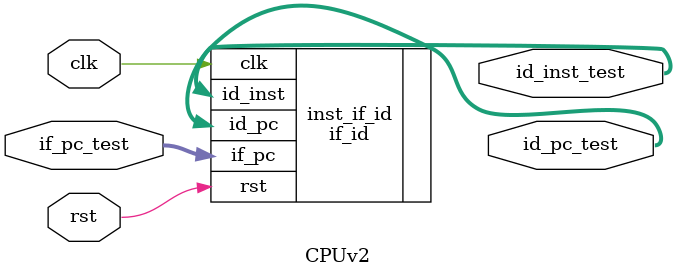
<source format=v>
module CPUv2(
	input   [0:0] 	   	clk,
	input	[0:0]		rst,

	input	[31:0] 		if_pc_test,
	output	[31:0]		id_pc_test,
	output	[31:0]		id_inst_test
);

// reg				qtest_reg;

if_id inst_if_id (
	.clk(clk),
	.rst(rst),
	.if_pc(if_pc_test),
	.id_pc(id_pc_test),
	.id_inst(id_inst_test)
	);

endmodule
</source>
